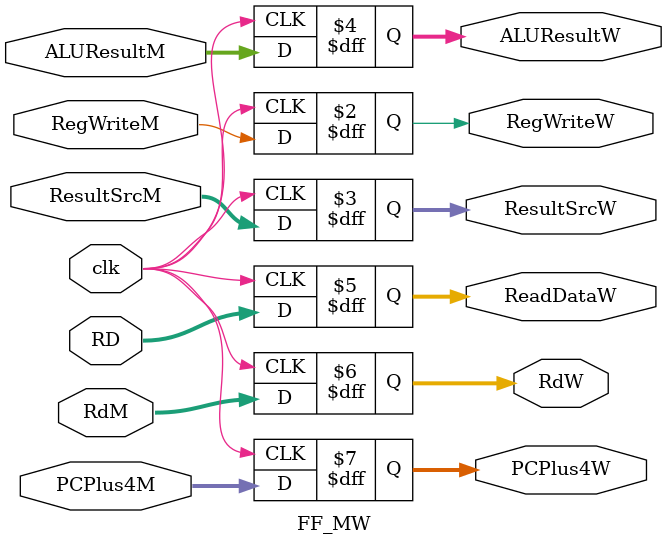
<source format=sv>
module FF_MW #(
    parameter DATA_WIDTH = 32,
    parameter WIDTH = 5
)(
    input logic clk,
    input logic RegWriteM,
    output logic RegWriteW,
    input logic [1:0] ResultSrcM,
    output logic [1:0] ResultSrcW,
    input logic [DATA_WIDTH-1:0] ALUResultM,
    output logic [DATA_WIDTH-1:0] ALUResultW,
    input logic [DATA_WIDTH-1:0] RD,
    output logic [DATA_WIDTH-1:0] ReadDataW,
    input logic [WIDTH-1:0] RdM,
    output logic [WIDTH-1:0] RdW,
    input logic [DATA_WIDTH-1:0] PCPlus4M,
    output logic [DATA_WIDTH-1:0] PCPlus4W
);

always_ff @(posedge clk) begin
    RegWriteW <= RegWriteM;
    ResultSrcW <= ResultSrcM;
    ALUResultW <= ALUResultM;
    ReadDataW <= RD;
    RdW <= RdM;
    PCPlus4W <= PCPlus4M;
end

endmodule

</source>
